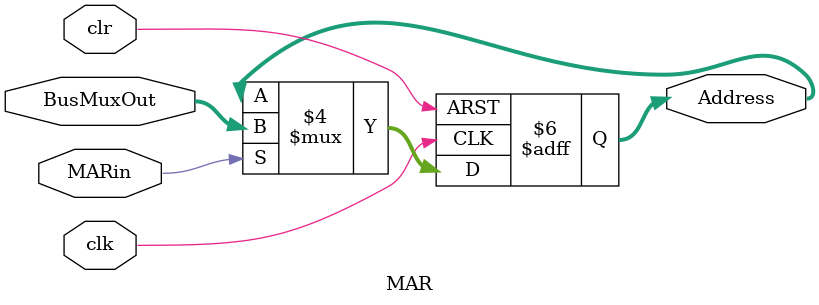
<source format=v>
module MAR #(parameter VAL = 0)(input [31:0] BusMuxOut, input MARin, clk, clr, output reg [31:0] Address);
    always@(posedge clk or negedge clr)
    begin
        if(clr == 0) Address <= 0;
        else if(MARin) Address <= BusMuxOut;
    end
    initial Address = VAL; // assigns initial value
endmodule
</source>
